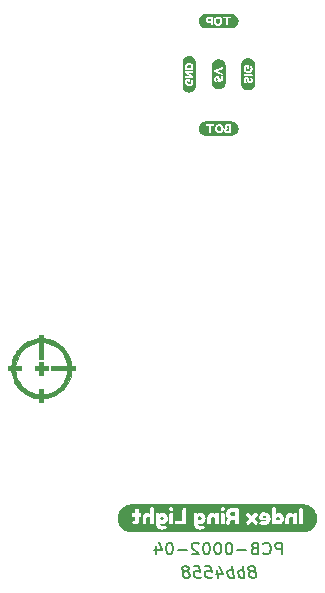
<source format=gbo>
G04 #@! TF.GenerationSoftware,KiCad,Pcbnew,6.0.0-d3dd2cf0fa~116~ubuntu21.10.1*
G04 #@! TF.CreationDate,2022-02-12T15:34:00+00:00*
G04 #@! TF.ProjectId,ringLight,72696e67-4c69-4676-9874-2e6b69636164,04*
G04 #@! TF.SameCoordinates,PX7bfa480PY7270e00*
G04 #@! TF.FileFunction,Legend,Bot*
G04 #@! TF.FilePolarity,Positive*
%FSLAX46Y46*%
G04 Gerber Fmt 4.6, Leading zero omitted, Abs format (unit mm)*
G04 Created by KiCad (PCBNEW 6.0.0-d3dd2cf0fa~116~ubuntu21.10.1) date 2022-02-12 15:34:00*
%MOMM*%
%LPD*%
G01*
G04 APERTURE LIST*
%ADD10C,0.150000*%
%ADD11C,0.010000*%
G04 APERTURE END LIST*
D10*
X155357142Y-115752380D02*
X155357142Y-114752380D01*
X154976190Y-114752380D01*
X154880952Y-114800000D01*
X154833333Y-114847619D01*
X154785714Y-114942857D01*
X154785714Y-115085714D01*
X154833333Y-115180952D01*
X154880952Y-115228571D01*
X154976190Y-115276190D01*
X155357142Y-115276190D01*
X153785714Y-115657142D02*
X153833333Y-115704761D01*
X153976190Y-115752380D01*
X154071428Y-115752380D01*
X154214285Y-115704761D01*
X154309523Y-115609523D01*
X154357142Y-115514285D01*
X154404761Y-115323809D01*
X154404761Y-115180952D01*
X154357142Y-114990476D01*
X154309523Y-114895238D01*
X154214285Y-114800000D01*
X154071428Y-114752380D01*
X153976190Y-114752380D01*
X153833333Y-114800000D01*
X153785714Y-114847619D01*
X153023809Y-115228571D02*
X152880952Y-115276190D01*
X152833333Y-115323809D01*
X152785714Y-115419047D01*
X152785714Y-115561904D01*
X152833333Y-115657142D01*
X152880952Y-115704761D01*
X152976190Y-115752380D01*
X153357142Y-115752380D01*
X153357142Y-114752380D01*
X153023809Y-114752380D01*
X152928571Y-114800000D01*
X152880952Y-114847619D01*
X152833333Y-114942857D01*
X152833333Y-115038095D01*
X152880952Y-115133333D01*
X152928571Y-115180952D01*
X153023809Y-115228571D01*
X153357142Y-115228571D01*
X152357142Y-115371428D02*
X151595238Y-115371428D01*
X150928571Y-114752380D02*
X150833333Y-114752380D01*
X150738095Y-114800000D01*
X150690476Y-114847619D01*
X150642857Y-114942857D01*
X150595238Y-115133333D01*
X150595238Y-115371428D01*
X150642857Y-115561904D01*
X150690476Y-115657142D01*
X150738095Y-115704761D01*
X150833333Y-115752380D01*
X150928571Y-115752380D01*
X151023809Y-115704761D01*
X151071428Y-115657142D01*
X151119047Y-115561904D01*
X151166666Y-115371428D01*
X151166666Y-115133333D01*
X151119047Y-114942857D01*
X151071428Y-114847619D01*
X151023809Y-114800000D01*
X150928571Y-114752380D01*
X149976190Y-114752380D02*
X149880952Y-114752380D01*
X149785714Y-114800000D01*
X149738095Y-114847619D01*
X149690476Y-114942857D01*
X149642857Y-115133333D01*
X149642857Y-115371428D01*
X149690476Y-115561904D01*
X149738095Y-115657142D01*
X149785714Y-115704761D01*
X149880952Y-115752380D01*
X149976190Y-115752380D01*
X150071428Y-115704761D01*
X150119047Y-115657142D01*
X150166666Y-115561904D01*
X150214285Y-115371428D01*
X150214285Y-115133333D01*
X150166666Y-114942857D01*
X150119047Y-114847619D01*
X150071428Y-114800000D01*
X149976190Y-114752380D01*
X149023809Y-114752380D02*
X148928571Y-114752380D01*
X148833333Y-114800000D01*
X148785714Y-114847619D01*
X148738095Y-114942857D01*
X148690476Y-115133333D01*
X148690476Y-115371428D01*
X148738095Y-115561904D01*
X148785714Y-115657142D01*
X148833333Y-115704761D01*
X148928571Y-115752380D01*
X149023809Y-115752380D01*
X149119047Y-115704761D01*
X149166666Y-115657142D01*
X149214285Y-115561904D01*
X149261904Y-115371428D01*
X149261904Y-115133333D01*
X149214285Y-114942857D01*
X149166666Y-114847619D01*
X149119047Y-114800000D01*
X149023809Y-114752380D01*
X148309523Y-114847619D02*
X148261904Y-114800000D01*
X148166666Y-114752380D01*
X147928571Y-114752380D01*
X147833333Y-114800000D01*
X147785714Y-114847619D01*
X147738095Y-114942857D01*
X147738095Y-115038095D01*
X147785714Y-115180952D01*
X148357142Y-115752380D01*
X147738095Y-115752380D01*
X147309523Y-115371428D02*
X146547619Y-115371428D01*
X145880952Y-114752380D02*
X145785714Y-114752380D01*
X145690476Y-114800000D01*
X145642857Y-114847619D01*
X145595238Y-114942857D01*
X145547619Y-115133333D01*
X145547619Y-115371428D01*
X145595238Y-115561904D01*
X145642857Y-115657142D01*
X145690476Y-115704761D01*
X145785714Y-115752380D01*
X145880952Y-115752380D01*
X145976190Y-115704761D01*
X146023809Y-115657142D01*
X146071428Y-115561904D01*
X146119047Y-115371428D01*
X146119047Y-115133333D01*
X146071428Y-114942857D01*
X146023809Y-114847619D01*
X145976190Y-114800000D01*
X145880952Y-114752380D01*
X144690476Y-115085714D02*
X144690476Y-115752380D01*
X144928571Y-114704761D02*
X145166666Y-115419047D01*
X144547619Y-115419047D01*
X152928005Y-117180952D02*
X153017291Y-117133333D01*
X153058958Y-117085714D01*
X153094672Y-116990476D01*
X153088720Y-116942857D01*
X153029196Y-116847619D01*
X152975625Y-116800000D01*
X152874434Y-116752380D01*
X152683958Y-116752380D01*
X152594672Y-116800000D01*
X152553005Y-116847619D01*
X152517291Y-116942857D01*
X152523244Y-116990476D01*
X152582767Y-117085714D01*
X152636339Y-117133333D01*
X152737529Y-117180952D01*
X152928005Y-117180952D01*
X153029196Y-117228571D01*
X153082767Y-117276190D01*
X153142291Y-117371428D01*
X153166101Y-117561904D01*
X153130386Y-117657142D01*
X153088720Y-117704761D01*
X152999434Y-117752380D01*
X152808958Y-117752380D01*
X152707767Y-117704761D01*
X152654196Y-117657142D01*
X152594672Y-117561904D01*
X152570863Y-117371428D01*
X152606577Y-117276190D01*
X152648244Y-117228571D01*
X152737529Y-117180952D01*
X152189910Y-117752380D02*
X152064910Y-116752380D01*
X152112529Y-117133333D02*
X152011339Y-117085714D01*
X151820863Y-117085714D01*
X151731577Y-117133333D01*
X151689910Y-117180952D01*
X151654196Y-117276190D01*
X151689910Y-117561904D01*
X151749434Y-117657142D01*
X151803005Y-117704761D01*
X151904196Y-117752380D01*
X152094672Y-117752380D01*
X152183958Y-117704761D01*
X151285148Y-117752380D02*
X151160148Y-116752380D01*
X151207767Y-117133333D02*
X151106577Y-117085714D01*
X150916101Y-117085714D01*
X150826815Y-117133333D01*
X150785148Y-117180952D01*
X150749434Y-117276190D01*
X150785148Y-117561904D01*
X150844672Y-117657142D01*
X150898244Y-117704761D01*
X150999434Y-117752380D01*
X151189910Y-117752380D01*
X151279196Y-117704761D01*
X149868482Y-117085714D02*
X149951815Y-117752380D01*
X150058958Y-116704761D02*
X150386339Y-117419047D01*
X149767291Y-117419047D01*
X148826815Y-116752380D02*
X149303005Y-116752380D01*
X149410148Y-117228571D01*
X149356577Y-117180952D01*
X149255386Y-117133333D01*
X149017291Y-117133333D01*
X148928005Y-117180952D01*
X148886339Y-117228571D01*
X148850625Y-117323809D01*
X148880386Y-117561904D01*
X148939910Y-117657142D01*
X148993482Y-117704761D01*
X149094672Y-117752380D01*
X149332767Y-117752380D01*
X149422053Y-117704761D01*
X149463720Y-117657142D01*
X147874434Y-116752380D02*
X148350625Y-116752380D01*
X148457767Y-117228571D01*
X148404196Y-117180952D01*
X148303005Y-117133333D01*
X148064910Y-117133333D01*
X147975625Y-117180952D01*
X147933958Y-117228571D01*
X147898244Y-117323809D01*
X147928005Y-117561904D01*
X147987529Y-117657142D01*
X148041101Y-117704761D01*
X148142291Y-117752380D01*
X148380386Y-117752380D01*
X148469672Y-117704761D01*
X148511339Y-117657142D01*
X147308958Y-117180952D02*
X147398244Y-117133333D01*
X147439910Y-117085714D01*
X147475625Y-116990476D01*
X147469672Y-116942857D01*
X147410148Y-116847619D01*
X147356577Y-116800000D01*
X147255386Y-116752380D01*
X147064910Y-116752380D01*
X146975625Y-116800000D01*
X146933958Y-116847619D01*
X146898244Y-116942857D01*
X146904196Y-116990476D01*
X146963720Y-117085714D01*
X147017291Y-117133333D01*
X147118482Y-117180952D01*
X147308958Y-117180952D01*
X147410148Y-117228571D01*
X147463720Y-117276190D01*
X147523244Y-117371428D01*
X147547053Y-117561904D01*
X147511339Y-117657142D01*
X147469672Y-117704761D01*
X147380386Y-117752380D01*
X147189910Y-117752380D01*
X147088720Y-117704761D01*
X147035148Y-117657142D01*
X146975625Y-117561904D01*
X146951815Y-117371428D01*
X146987529Y-117276190D01*
X147029196Y-117228571D01*
X147118482Y-117180952D01*
D11*
X134827561Y-99657805D02*
X134823611Y-99837722D01*
X134823611Y-99837722D02*
X134643695Y-99841671D01*
X134643695Y-99841671D02*
X134463778Y-99845621D01*
X134463778Y-99845621D02*
X134463778Y-100168490D01*
X134463778Y-100168490D02*
X134643695Y-100172439D01*
X134643695Y-100172439D02*
X134823611Y-100176389D01*
X134823611Y-100176389D02*
X134827561Y-100356305D01*
X134827561Y-100356305D02*
X134831510Y-100536222D01*
X134831510Y-100536222D02*
X135154379Y-100536222D01*
X135154379Y-100536222D02*
X135158329Y-100356305D01*
X135158329Y-100356305D02*
X135162278Y-100176389D01*
X135162278Y-100176389D02*
X135342195Y-100172439D01*
X135342195Y-100172439D02*
X135522111Y-100168490D01*
X135522111Y-100168490D02*
X135522111Y-99845621D01*
X135522111Y-99845621D02*
X135342195Y-99841671D01*
X135342195Y-99841671D02*
X135162278Y-99837722D01*
X135162278Y-99837722D02*
X135158329Y-99657805D01*
X135158329Y-99657805D02*
X135154379Y-99477889D01*
X135154379Y-99477889D02*
X134831510Y-99477889D01*
X134831510Y-99477889D02*
X134827561Y-99657805D01*
X134827561Y-99657805D02*
X134827561Y-99657805D01*
G36*
X135158329Y-99657805D02*
G01*
X135162278Y-99837722D01*
X135342195Y-99841671D01*
X135522111Y-99845621D01*
X135522111Y-100168490D01*
X135342195Y-100172439D01*
X135162278Y-100176389D01*
X135158329Y-100356305D01*
X135154379Y-100536222D01*
X134831510Y-100536222D01*
X134827561Y-100356305D01*
X134823611Y-100176389D01*
X134643695Y-100172439D01*
X134463778Y-100168490D01*
X134463778Y-99845621D01*
X134643695Y-99841671D01*
X134823611Y-99837722D01*
X134827561Y-99657805D01*
X134831510Y-99477889D01*
X135154379Y-99477889D01*
X135158329Y-99657805D01*
G37*
X135158329Y-99657805D02*
X135162278Y-99837722D01*
X135342195Y-99841671D01*
X135522111Y-99845621D01*
X135522111Y-100168490D01*
X135342195Y-100172439D01*
X135162278Y-100176389D01*
X135158329Y-100356305D01*
X135154379Y-100536222D01*
X134831510Y-100536222D01*
X134827561Y-100356305D01*
X134823611Y-100176389D01*
X134643695Y-100172439D01*
X134463778Y-100168490D01*
X134463778Y-99845621D01*
X134643695Y-99841671D01*
X134823611Y-99837722D01*
X134827561Y-99657805D01*
X134831510Y-99477889D01*
X135154379Y-99477889D01*
X135158329Y-99657805D01*
X134830667Y-97456102D02*
X134736131Y-97465788D01*
X134736131Y-97465788D02*
X134477040Y-97506461D01*
X134477040Y-97506461D02*
X134221730Y-97575028D01*
X134221730Y-97575028D02*
X133970021Y-97671540D01*
X133970021Y-97671540D02*
X133849945Y-97728050D01*
X133849945Y-97728050D02*
X133707326Y-97803651D01*
X133707326Y-97803651D02*
X133580466Y-97881262D01*
X133580466Y-97881262D02*
X133462187Y-97966129D01*
X133462187Y-97966129D02*
X133345309Y-98063492D01*
X133345309Y-98063492D02*
X133222655Y-98178597D01*
X133222655Y-98178597D02*
X133193446Y-98207557D01*
X133193446Y-98207557D02*
X133073614Y-98332508D01*
X133073614Y-98332508D02*
X132972706Y-98450062D01*
X132972706Y-98450062D02*
X132885478Y-98567398D01*
X132885478Y-98567398D02*
X132806688Y-98691694D01*
X132806688Y-98691694D02*
X132731091Y-98830130D01*
X132731091Y-98830130D02*
X132713939Y-98864055D01*
X132713939Y-98864055D02*
X132603939Y-99114092D01*
X132603939Y-99114092D02*
X132521911Y-99367644D01*
X132521911Y-99367644D02*
X132467801Y-99624891D01*
X132467801Y-99624891D02*
X132451677Y-99750241D01*
X132451677Y-99750241D02*
X132441992Y-99844778D01*
X132441992Y-99844778D02*
X132149556Y-99844778D01*
X132149556Y-99844778D02*
X132149556Y-100169333D01*
X132149556Y-100169333D02*
X132442601Y-100169333D01*
X132442601Y-100169333D02*
X132452465Y-100264583D01*
X132452465Y-100264583D02*
X132492341Y-100521009D01*
X132492341Y-100521009D02*
X132558523Y-100771033D01*
X132558523Y-100771033D02*
X132651764Y-101017208D01*
X132651764Y-101017208D02*
X132713939Y-101150055D01*
X132713939Y-101150055D02*
X132789540Y-101292674D01*
X132789540Y-101292674D02*
X132867152Y-101419534D01*
X132867152Y-101419534D02*
X132952018Y-101537813D01*
X132952018Y-101537813D02*
X133049381Y-101654691D01*
X133049381Y-101654691D02*
X133164486Y-101777345D01*
X133164486Y-101777345D02*
X133193446Y-101806554D01*
X133193446Y-101806554D02*
X133318397Y-101926386D01*
X133318397Y-101926386D02*
X133435951Y-102027294D01*
X133435951Y-102027294D02*
X133553287Y-102114522D01*
X133553287Y-102114522D02*
X133677584Y-102193312D01*
X133677584Y-102193312D02*
X133816020Y-102268909D01*
X133816020Y-102268909D02*
X133849945Y-102286061D01*
X133849945Y-102286061D02*
X134099981Y-102396061D01*
X134099981Y-102396061D02*
X134353534Y-102478089D01*
X134353534Y-102478089D02*
X134610780Y-102532199D01*
X134610780Y-102532199D02*
X134736131Y-102548323D01*
X134736131Y-102548323D02*
X134830667Y-102558008D01*
X134830667Y-102558008D02*
X134830667Y-102850444D01*
X134830667Y-102850444D02*
X135155222Y-102850444D01*
X135155222Y-102850444D02*
X135155222Y-102558008D01*
X135155222Y-102558008D02*
X135249759Y-102548323D01*
X135249759Y-102548323D02*
X135508849Y-102507649D01*
X135508849Y-102507649D02*
X135764160Y-102439083D01*
X135764160Y-102439083D02*
X136015868Y-102342570D01*
X136015868Y-102342570D02*
X136135945Y-102286061D01*
X136135945Y-102286061D02*
X136278563Y-102210460D01*
X136278563Y-102210460D02*
X136405423Y-102132848D01*
X136405423Y-102132848D02*
X136523702Y-102047982D01*
X136523702Y-102047982D02*
X136640580Y-101950619D01*
X136640580Y-101950619D02*
X136763235Y-101835514D01*
X136763235Y-101835514D02*
X136792443Y-101806554D01*
X136792443Y-101806554D02*
X136912275Y-101681603D01*
X136912275Y-101681603D02*
X137013183Y-101564049D01*
X137013183Y-101564049D02*
X137100411Y-101446713D01*
X137100411Y-101446713D02*
X137179202Y-101322416D01*
X137179202Y-101322416D02*
X137254798Y-101183980D01*
X137254798Y-101183980D02*
X137271950Y-101150055D01*
X137271950Y-101150055D02*
X137381950Y-100900019D01*
X137381950Y-100900019D02*
X137463979Y-100646466D01*
X137463979Y-100646466D02*
X137518088Y-100389220D01*
X137518088Y-100389220D02*
X137534212Y-100263869D01*
X137534212Y-100263869D02*
X137543898Y-100169333D01*
X137543898Y-100169333D02*
X137836333Y-100169333D01*
X137836333Y-100169333D02*
X137836333Y-99844778D01*
X137836333Y-99844778D02*
X137543898Y-99844778D01*
X137543898Y-99844778D02*
X137205231Y-99844778D01*
X137205231Y-99844778D02*
X135790222Y-99844778D01*
X135790222Y-99844778D02*
X135790222Y-100169333D01*
X135790222Y-100169333D02*
X137205231Y-100169333D01*
X137205231Y-100169333D02*
X137195524Y-100264583D01*
X137195524Y-100264583D02*
X137159639Y-100484313D01*
X137159639Y-100484313D02*
X137097594Y-100704567D01*
X137097594Y-100704567D02*
X137011111Y-100921475D01*
X137011111Y-100921475D02*
X136901907Y-101131165D01*
X136901907Y-101131165D02*
X136771704Y-101329766D01*
X136771704Y-101329766D02*
X136659801Y-101470858D01*
X136659801Y-101470858D02*
X136506596Y-101628821D01*
X136506596Y-101628821D02*
X136331950Y-101773377D01*
X136331950Y-101773377D02*
X136140543Y-101901804D01*
X136140543Y-101901804D02*
X135937055Y-102011383D01*
X135937055Y-102011383D02*
X135726165Y-102099390D01*
X135726165Y-102099390D02*
X135512554Y-102163106D01*
X135512554Y-102163106D02*
X135443468Y-102178102D01*
X135443468Y-102178102D02*
X135370237Y-102192329D01*
X135370237Y-102192329D02*
X135317880Y-102201925D01*
X135317880Y-102201925D02*
X135279620Y-102207910D01*
X135279620Y-102207910D02*
X135248682Y-102211303D01*
X135248682Y-102211303D02*
X135218287Y-102213125D01*
X135218287Y-102213125D02*
X135208139Y-102213523D01*
X135208139Y-102213523D02*
X135155222Y-102215444D01*
X135155222Y-102215444D02*
X135155222Y-101721555D01*
X135155222Y-101721555D02*
X134830667Y-101721555D01*
X134830667Y-101721555D02*
X134830667Y-102219342D01*
X134830667Y-102219342D02*
X134735417Y-102209635D01*
X134735417Y-102209635D02*
X134516702Y-102173883D01*
X134516702Y-102173883D02*
X134297910Y-102112335D01*
X134297910Y-102112335D02*
X134083091Y-102027114D01*
X134083091Y-102027114D02*
X133876294Y-101920343D01*
X133876294Y-101920343D02*
X133681569Y-101794146D01*
X133681569Y-101794146D02*
X133502967Y-101650645D01*
X133502967Y-101650645D02*
X133344537Y-101491964D01*
X133344537Y-101491964D02*
X133326088Y-101470858D01*
X133326088Y-101470858D02*
X133181078Y-101283270D01*
X133181078Y-101283270D02*
X133055763Y-101081651D01*
X133055763Y-101081651D02*
X132951861Y-100869873D01*
X132951861Y-100869873D02*
X132871093Y-100651808D01*
X132871093Y-100651808D02*
X132815176Y-100431326D01*
X132815176Y-100431326D02*
X132790365Y-100264583D01*
X132790365Y-100264583D02*
X132780658Y-100169333D01*
X132780658Y-100169333D02*
X133278445Y-100169333D01*
X133278445Y-100169333D02*
X133278445Y-99844778D01*
X133278445Y-99844778D02*
X132780658Y-99844778D01*
X132780658Y-99844778D02*
X132790365Y-99749528D01*
X132790365Y-99749528D02*
X132826251Y-99529798D01*
X132826251Y-99529798D02*
X132888295Y-99309544D01*
X132888295Y-99309544D02*
X132974778Y-99092636D01*
X132974778Y-99092636D02*
X133083982Y-98882946D01*
X133083982Y-98882946D02*
X133214186Y-98684345D01*
X133214186Y-98684345D02*
X133326088Y-98543253D01*
X133326088Y-98543253D02*
X133481669Y-98382797D01*
X133481669Y-98382797D02*
X133657937Y-98237253D01*
X133657937Y-98237253D02*
X133850841Y-98108743D01*
X133850841Y-98108743D02*
X134056331Y-97999391D01*
X134056331Y-97999391D02*
X134270357Y-97911319D01*
X134270357Y-97911319D02*
X134488869Y-97846651D01*
X134488869Y-97846651D02*
X134707818Y-97807509D01*
X134707818Y-97807509D02*
X134735417Y-97804476D01*
X134735417Y-97804476D02*
X134830667Y-97794769D01*
X134830667Y-97794769D02*
X134830667Y-99209778D01*
X134830667Y-99209778D02*
X135155222Y-99209778D01*
X135155222Y-99209778D02*
X135155222Y-97794769D01*
X135155222Y-97794769D02*
X135250472Y-97804476D01*
X135250472Y-97804476D02*
X135469187Y-97840228D01*
X135469187Y-97840228D02*
X135687979Y-97901776D01*
X135687979Y-97901776D02*
X135902798Y-97986997D01*
X135902798Y-97986997D02*
X136109595Y-98093767D01*
X136109595Y-98093767D02*
X136304320Y-98219965D01*
X136304320Y-98219965D02*
X136482922Y-98363466D01*
X136482922Y-98363466D02*
X136641352Y-98522147D01*
X136641352Y-98522147D02*
X136659801Y-98543253D01*
X136659801Y-98543253D02*
X136804811Y-98730841D01*
X136804811Y-98730841D02*
X136930126Y-98932460D01*
X136930126Y-98932460D02*
X137034028Y-99144238D01*
X137034028Y-99144238D02*
X137114796Y-99362303D01*
X137114796Y-99362303D02*
X137170713Y-99582784D01*
X137170713Y-99582784D02*
X137195524Y-99749528D01*
X137195524Y-99749528D02*
X137205231Y-99844778D01*
X137205231Y-99844778D02*
X137543898Y-99844778D01*
X137543898Y-99844778D02*
X137534212Y-99750241D01*
X137534212Y-99750241D02*
X137493539Y-99491151D01*
X137493539Y-99491151D02*
X137424972Y-99235840D01*
X137424972Y-99235840D02*
X137328460Y-98984132D01*
X137328460Y-98984132D02*
X137271950Y-98864055D01*
X137271950Y-98864055D02*
X137196349Y-98721437D01*
X137196349Y-98721437D02*
X137118738Y-98594577D01*
X137118738Y-98594577D02*
X137033871Y-98476298D01*
X137033871Y-98476298D02*
X136936508Y-98359420D01*
X136936508Y-98359420D02*
X136821403Y-98236765D01*
X136821403Y-98236765D02*
X136792443Y-98207557D01*
X136792443Y-98207557D02*
X136667492Y-98087725D01*
X136667492Y-98087725D02*
X136549938Y-97986817D01*
X136549938Y-97986817D02*
X136432602Y-97899589D01*
X136432602Y-97899589D02*
X136308306Y-97820798D01*
X136308306Y-97820798D02*
X136169870Y-97745202D01*
X136169870Y-97745202D02*
X136135945Y-97728050D01*
X136135945Y-97728050D02*
X135885908Y-97618050D01*
X135885908Y-97618050D02*
X135632356Y-97536021D01*
X135632356Y-97536021D02*
X135375109Y-97481912D01*
X135375109Y-97481912D02*
X135249759Y-97465788D01*
X135249759Y-97465788D02*
X135155222Y-97456102D01*
X135155222Y-97456102D02*
X135155222Y-97163667D01*
X135155222Y-97163667D02*
X134830667Y-97163667D01*
X134830667Y-97163667D02*
X134830667Y-97456102D01*
X134830667Y-97456102D02*
X134830667Y-97456102D01*
G36*
X137836333Y-100169333D02*
G01*
X137543898Y-100169333D01*
X137534212Y-100263869D01*
X137518088Y-100389220D01*
X137463979Y-100646466D01*
X137381950Y-100900019D01*
X137271950Y-101150055D01*
X137254798Y-101183980D01*
X137179202Y-101322416D01*
X137100411Y-101446713D01*
X137013183Y-101564049D01*
X136912275Y-101681603D01*
X136792443Y-101806554D01*
X136763235Y-101835514D01*
X136640580Y-101950619D01*
X136523702Y-102047982D01*
X136405423Y-102132848D01*
X136278563Y-102210460D01*
X136135945Y-102286061D01*
X136015868Y-102342570D01*
X135764160Y-102439083D01*
X135508849Y-102507649D01*
X135249759Y-102548323D01*
X135155222Y-102558008D01*
X135155222Y-102850444D01*
X134830667Y-102850444D01*
X134830667Y-102558008D01*
X134736131Y-102548323D01*
X134610780Y-102532199D01*
X134353534Y-102478089D01*
X134099981Y-102396061D01*
X133849945Y-102286061D01*
X133816020Y-102268909D01*
X133677584Y-102193312D01*
X133553287Y-102114522D01*
X133435951Y-102027294D01*
X133318397Y-101926386D01*
X133193446Y-101806554D01*
X133164486Y-101777345D01*
X133049381Y-101654691D01*
X132952018Y-101537813D01*
X132867152Y-101419534D01*
X132789540Y-101292674D01*
X132713939Y-101150055D01*
X132651764Y-101017208D01*
X132558523Y-100771033D01*
X132492341Y-100521009D01*
X132452465Y-100264583D01*
X132442601Y-100169333D01*
X132780658Y-100169333D01*
X132790365Y-100264583D01*
X132815176Y-100431326D01*
X132871093Y-100651808D01*
X132951861Y-100869873D01*
X133055763Y-101081651D01*
X133181078Y-101283270D01*
X133326088Y-101470858D01*
X133344537Y-101491964D01*
X133502967Y-101650645D01*
X133681569Y-101794146D01*
X133876294Y-101920343D01*
X134083091Y-102027114D01*
X134297910Y-102112335D01*
X134516702Y-102173883D01*
X134735417Y-102209635D01*
X134830667Y-102219342D01*
X134830667Y-101721555D01*
X135155222Y-101721555D01*
X135155222Y-102215444D01*
X135208139Y-102213523D01*
X135218287Y-102213125D01*
X135248682Y-102211303D01*
X135279620Y-102207910D01*
X135317880Y-102201925D01*
X135370237Y-102192329D01*
X135443468Y-102178102D01*
X135512554Y-102163106D01*
X135726165Y-102099390D01*
X135937055Y-102011383D01*
X136140543Y-101901804D01*
X136331950Y-101773377D01*
X136506596Y-101628821D01*
X136659801Y-101470858D01*
X136771704Y-101329766D01*
X136901907Y-101131165D01*
X137011111Y-100921475D01*
X137097594Y-100704567D01*
X137159639Y-100484313D01*
X137195524Y-100264583D01*
X137205231Y-100169333D01*
X135790222Y-100169333D01*
X135790222Y-99844778D01*
X137205231Y-99844778D01*
X137195524Y-99749528D01*
X137170713Y-99582784D01*
X137114796Y-99362303D01*
X137034028Y-99144238D01*
X136930126Y-98932460D01*
X136804811Y-98730841D01*
X136659801Y-98543253D01*
X136641352Y-98522147D01*
X136482922Y-98363466D01*
X136304320Y-98219965D01*
X136109595Y-98093767D01*
X135902798Y-97986997D01*
X135687979Y-97901776D01*
X135469187Y-97840228D01*
X135250472Y-97804476D01*
X135155222Y-97794769D01*
X135155222Y-99209778D01*
X134830667Y-99209778D01*
X134830667Y-97794769D01*
X134735417Y-97804476D01*
X134707818Y-97807509D01*
X134488869Y-97846651D01*
X134270357Y-97911319D01*
X134056331Y-97999391D01*
X133850841Y-98108743D01*
X133657937Y-98237253D01*
X133481669Y-98382797D01*
X133326088Y-98543253D01*
X133214186Y-98684345D01*
X133083982Y-98882946D01*
X132974778Y-99092636D01*
X132888295Y-99309544D01*
X132826251Y-99529798D01*
X132790365Y-99749528D01*
X132780658Y-99844778D01*
X133278445Y-99844778D01*
X133278445Y-100169333D01*
X132780658Y-100169333D01*
X132442601Y-100169333D01*
X132149556Y-100169333D01*
X132149556Y-99844778D01*
X132441992Y-99844778D01*
X132451677Y-99750241D01*
X132467801Y-99624891D01*
X132521911Y-99367644D01*
X132603939Y-99114092D01*
X132713939Y-98864055D01*
X132731091Y-98830130D01*
X132806688Y-98691694D01*
X132885478Y-98567398D01*
X132972706Y-98450062D01*
X133073614Y-98332508D01*
X133193446Y-98207557D01*
X133222655Y-98178597D01*
X133345309Y-98063492D01*
X133462187Y-97966129D01*
X133580466Y-97881262D01*
X133707326Y-97803651D01*
X133849945Y-97728050D01*
X133970021Y-97671540D01*
X134221730Y-97575028D01*
X134477040Y-97506461D01*
X134736131Y-97465788D01*
X134830667Y-97456102D01*
X134830667Y-97163667D01*
X135155222Y-97163667D01*
X135155222Y-97456102D01*
X135249759Y-97465788D01*
X135375109Y-97481912D01*
X135632356Y-97536021D01*
X135885908Y-97618050D01*
X136135945Y-97728050D01*
X136169870Y-97745202D01*
X136308306Y-97820798D01*
X136432602Y-97899589D01*
X136549938Y-97986817D01*
X136667492Y-98087725D01*
X136792443Y-98207557D01*
X136821403Y-98236765D01*
X136936508Y-98359420D01*
X137033871Y-98476298D01*
X137118738Y-98594577D01*
X137196349Y-98721437D01*
X137271950Y-98864055D01*
X137328460Y-98984132D01*
X137424972Y-99235840D01*
X137493539Y-99491151D01*
X137534212Y-99750241D01*
X137543898Y-99844778D01*
X137836333Y-99844778D01*
X137836333Y-100169333D01*
G37*
X137836333Y-100169333D02*
X137543898Y-100169333D01*
X137534212Y-100263869D01*
X137518088Y-100389220D01*
X137463979Y-100646466D01*
X137381950Y-100900019D01*
X137271950Y-101150055D01*
X137254798Y-101183980D01*
X137179202Y-101322416D01*
X137100411Y-101446713D01*
X137013183Y-101564049D01*
X136912275Y-101681603D01*
X136792443Y-101806554D01*
X136763235Y-101835514D01*
X136640580Y-101950619D01*
X136523702Y-102047982D01*
X136405423Y-102132848D01*
X136278563Y-102210460D01*
X136135945Y-102286061D01*
X136015868Y-102342570D01*
X135764160Y-102439083D01*
X135508849Y-102507649D01*
X135249759Y-102548323D01*
X135155222Y-102558008D01*
X135155222Y-102850444D01*
X134830667Y-102850444D01*
X134830667Y-102558008D01*
X134736131Y-102548323D01*
X134610780Y-102532199D01*
X134353534Y-102478089D01*
X134099981Y-102396061D01*
X133849945Y-102286061D01*
X133816020Y-102268909D01*
X133677584Y-102193312D01*
X133553287Y-102114522D01*
X133435951Y-102027294D01*
X133318397Y-101926386D01*
X133193446Y-101806554D01*
X133164486Y-101777345D01*
X133049381Y-101654691D01*
X132952018Y-101537813D01*
X132867152Y-101419534D01*
X132789540Y-101292674D01*
X132713939Y-101150055D01*
X132651764Y-101017208D01*
X132558523Y-100771033D01*
X132492341Y-100521009D01*
X132452465Y-100264583D01*
X132442601Y-100169333D01*
X132780658Y-100169333D01*
X132790365Y-100264583D01*
X132815176Y-100431326D01*
X132871093Y-100651808D01*
X132951861Y-100869873D01*
X133055763Y-101081651D01*
X133181078Y-101283270D01*
X133326088Y-101470858D01*
X133344537Y-101491964D01*
X133502967Y-101650645D01*
X133681569Y-101794146D01*
X133876294Y-101920343D01*
X134083091Y-102027114D01*
X134297910Y-102112335D01*
X134516702Y-102173883D01*
X134735417Y-102209635D01*
X134830667Y-102219342D01*
X134830667Y-101721555D01*
X135155222Y-101721555D01*
X135155222Y-102215444D01*
X135208139Y-102213523D01*
X135218287Y-102213125D01*
X135248682Y-102211303D01*
X135279620Y-102207910D01*
X135317880Y-102201925D01*
X135370237Y-102192329D01*
X135443468Y-102178102D01*
X135512554Y-102163106D01*
X135726165Y-102099390D01*
X135937055Y-102011383D01*
X136140543Y-101901804D01*
X136331950Y-101773377D01*
X136506596Y-101628821D01*
X136659801Y-101470858D01*
X136771704Y-101329766D01*
X136901907Y-101131165D01*
X137011111Y-100921475D01*
X137097594Y-100704567D01*
X137159639Y-100484313D01*
X137195524Y-100264583D01*
X137205231Y-100169333D01*
X135790222Y-100169333D01*
X135790222Y-99844778D01*
X137205231Y-99844778D01*
X137195524Y-99749528D01*
X137170713Y-99582784D01*
X137114796Y-99362303D01*
X137034028Y-99144238D01*
X136930126Y-98932460D01*
X136804811Y-98730841D01*
X136659801Y-98543253D01*
X136641352Y-98522147D01*
X136482922Y-98363466D01*
X136304320Y-98219965D01*
X136109595Y-98093767D01*
X135902798Y-97986997D01*
X135687979Y-97901776D01*
X135469187Y-97840228D01*
X135250472Y-97804476D01*
X135155222Y-97794769D01*
X135155222Y-99209778D01*
X134830667Y-99209778D01*
X134830667Y-97794769D01*
X134735417Y-97804476D01*
X134707818Y-97807509D01*
X134488869Y-97846651D01*
X134270357Y-97911319D01*
X134056331Y-97999391D01*
X133850841Y-98108743D01*
X133657937Y-98237253D01*
X133481669Y-98382797D01*
X133326088Y-98543253D01*
X133214186Y-98684345D01*
X133083982Y-98882946D01*
X132974778Y-99092636D01*
X132888295Y-99309544D01*
X132826251Y-99529798D01*
X132790365Y-99749528D01*
X132780658Y-99844778D01*
X133278445Y-99844778D01*
X133278445Y-100169333D01*
X132780658Y-100169333D01*
X132442601Y-100169333D01*
X132149556Y-100169333D01*
X132149556Y-99844778D01*
X132441992Y-99844778D01*
X132451677Y-99750241D01*
X132467801Y-99624891D01*
X132521911Y-99367644D01*
X132603939Y-99114092D01*
X132713939Y-98864055D01*
X132731091Y-98830130D01*
X132806688Y-98691694D01*
X132885478Y-98567398D01*
X132972706Y-98450062D01*
X133073614Y-98332508D01*
X133193446Y-98207557D01*
X133222655Y-98178597D01*
X133345309Y-98063492D01*
X133462187Y-97966129D01*
X133580466Y-97881262D01*
X133707326Y-97803651D01*
X133849945Y-97728050D01*
X133970021Y-97671540D01*
X134221730Y-97575028D01*
X134477040Y-97506461D01*
X134736131Y-97465788D01*
X134830667Y-97456102D01*
X134830667Y-97163667D01*
X135155222Y-97163667D01*
X135155222Y-97456102D01*
X135249759Y-97465788D01*
X135375109Y-97481912D01*
X135632356Y-97536021D01*
X135885908Y-97618050D01*
X136135945Y-97728050D01*
X136169870Y-97745202D01*
X136308306Y-97820798D01*
X136432602Y-97899589D01*
X136549938Y-97986817D01*
X136667492Y-98087725D01*
X136792443Y-98207557D01*
X136821403Y-98236765D01*
X136936508Y-98359420D01*
X137033871Y-98476298D01*
X137118738Y-98594577D01*
X137196349Y-98721437D01*
X137271950Y-98864055D01*
X137328460Y-98984132D01*
X137424972Y-99235840D01*
X137493539Y-99491151D01*
X137534212Y-99750241D01*
X137543898Y-99844778D01*
X137836333Y-99844778D01*
X137836333Y-100169333D01*
G36*
X145326095Y-112591415D02*
G01*
X145371815Y-112704763D01*
X145323238Y-112816205D01*
X145205128Y-112865735D01*
X145089875Y-112815253D01*
X145044155Y-112704763D01*
X145087970Y-112592367D01*
X145206080Y-112539980D01*
X145326095Y-112591415D01*
G37*
G36*
X157265385Y-111515108D02*
G01*
X157380963Y-111532253D01*
X157494304Y-111560643D01*
X157604316Y-111600006D01*
X157709940Y-111649963D01*
X157810160Y-111710032D01*
X157904008Y-111779634D01*
X157990583Y-111858101D01*
X158069049Y-111944676D01*
X158138652Y-112038524D01*
X158198721Y-112138743D01*
X158248678Y-112244368D01*
X158288041Y-112354380D01*
X158316431Y-112467721D01*
X158333576Y-112583298D01*
X158339309Y-112700000D01*
X158333576Y-112816702D01*
X158316431Y-112932279D01*
X158288041Y-113045620D01*
X158248678Y-113155632D01*
X158198721Y-113261257D01*
X158138652Y-113361476D01*
X158069049Y-113455324D01*
X157990583Y-113541899D01*
X157904008Y-113620366D01*
X157810160Y-113689968D01*
X157709940Y-113750037D01*
X157604316Y-113799994D01*
X157494304Y-113839357D01*
X157380963Y-113867747D01*
X157265385Y-113884892D01*
X157148684Y-113890625D01*
X142651316Y-113890625D01*
X142534615Y-113884892D01*
X142419037Y-113867747D01*
X142305696Y-113839357D01*
X142195684Y-113799994D01*
X142090060Y-113750038D01*
X141989840Y-113689969D01*
X141895992Y-113620366D01*
X141809417Y-113541899D01*
X141730951Y-113455325D01*
X141661348Y-113361476D01*
X141601279Y-113261257D01*
X141551322Y-113155632D01*
X141511959Y-113045620D01*
X141483569Y-112932279D01*
X141466424Y-112816702D01*
X141460691Y-112700000D01*
X141466424Y-112583298D01*
X141483569Y-112467721D01*
X141503643Y-112387580D01*
X142651475Y-112387580D01*
X142664334Y-112484259D01*
X142702910Y-112534265D01*
X142753393Y-112550457D01*
X142819115Y-112553315D01*
X142942940Y-112545695D01*
X142942940Y-112808585D01*
X142926748Y-112882880D01*
X142865788Y-112905740D01*
X142797208Y-112908598D01*
X142746725Y-112926695D01*
X142702910Y-113054330D01*
X142716245Y-113151009D01*
X142756250Y-113201015D01*
X142806733Y-113217208D01*
X142870550Y-113220065D01*
X142992047Y-113210117D01*
X143092377Y-113180272D01*
X143171540Y-113130530D01*
X143228690Y-113057082D01*
X143229625Y-113054330D01*
X143554445Y-113054330D01*
X143557303Y-113120053D01*
X143575400Y-113170535D01*
X143624454Y-113207683D01*
X143722085Y-113220065D01*
X143816383Y-113207683D01*
X143866865Y-113170535D01*
X143884963Y-113119100D01*
X143887820Y-113050520D01*
X143887820Y-112717145D01*
X143931635Y-112595225D01*
X144043078Y-112551410D01*
X144162140Y-112592367D01*
X144221195Y-112684760D01*
X144221195Y-113054330D01*
X144224053Y-113120053D01*
X144242150Y-113170535D01*
X144291204Y-113207683D01*
X144388835Y-113220065D01*
X144485514Y-113207206D01*
X144535520Y-113168630D01*
X144536766Y-113164820D01*
X144706970Y-113164820D01*
X144723903Y-113301451D01*
X144774703Y-113419243D01*
X144859370Y-113518198D01*
X144965203Y-113592810D01*
X145079503Y-113637578D01*
X145202270Y-113652500D01*
X145343716Y-113634879D01*
X145478495Y-113582015D01*
X145577079Y-113514864D01*
X145609940Y-113454380D01*
X145552790Y-113322935D01*
X145496593Y-113267690D01*
X145449920Y-113252450D01*
X145394675Y-113275310D01*
X145299425Y-113328174D01*
X145196555Y-113345795D01*
X145078445Y-113288645D01*
X145032725Y-113151485D01*
X145032725Y-113094335D01*
X145126546Y-113165773D01*
X145263230Y-113189585D01*
X145366418Y-113173393D01*
X145465160Y-113124815D01*
X145547255Y-113054330D01*
X145821395Y-113054330D01*
X145824253Y-113120053D01*
X145842350Y-113170535D01*
X145891404Y-113207683D01*
X145989035Y-113220065D01*
X146085714Y-113207206D01*
X146135720Y-113168630D01*
X146151913Y-113119100D01*
X146153668Y-113078143D01*
X146278595Y-113078143D01*
X146288120Y-113159105D01*
X146320505Y-113201015D01*
X146419565Y-113220065D01*
X147105365Y-113220065D01*
X147211093Y-113201968D01*
X147245633Y-113164820D01*
X147907370Y-113164820D01*
X147924303Y-113301451D01*
X147975103Y-113419243D01*
X148059770Y-113518198D01*
X148165603Y-113592810D01*
X148279903Y-113637578D01*
X148402670Y-113652500D01*
X148544116Y-113634879D01*
X148678895Y-113582015D01*
X148777479Y-113514864D01*
X148810340Y-113454380D01*
X148753190Y-113322935D01*
X148696993Y-113267690D01*
X148650320Y-113252450D01*
X148595075Y-113275310D01*
X148499825Y-113328174D01*
X148396955Y-113345795D01*
X148278845Y-113288645D01*
X148233125Y-113151485D01*
X148233125Y-113094335D01*
X148326946Y-113165773D01*
X148463630Y-113189585D01*
X148566818Y-113173393D01*
X148665560Y-113124815D01*
X148749874Y-113052425D01*
X149021795Y-113052425D01*
X149024653Y-113118148D01*
X149040845Y-113166725D01*
X149091328Y-113205301D01*
X149189435Y-113218160D01*
X149296115Y-113200539D01*
X149345645Y-113147675D01*
X149357075Y-113050520D01*
X149357075Y-112715240D01*
X149401843Y-112593320D01*
X149521858Y-112549505D01*
X149643778Y-112595225D01*
X149690450Y-112715240D01*
X149690450Y-113052425D01*
X149693308Y-113118148D01*
X149711405Y-113166725D01*
X149760459Y-113205301D01*
X149858090Y-113218160D01*
X149954769Y-113205301D01*
X150004775Y-113166725D01*
X150020968Y-113116243D01*
X150023659Y-113054330D01*
X150176225Y-113054330D01*
X150179083Y-113120053D01*
X150197180Y-113170535D01*
X150246234Y-113207683D01*
X150343865Y-113220065D01*
X150440544Y-113207206D01*
X150490550Y-113168630D01*
X150506743Y-113119100D01*
X150508294Y-113082905D01*
X150614375Y-113082905D01*
X150643903Y-113149580D01*
X150732485Y-113204825D01*
X150830593Y-113231495D01*
X150891553Y-113213397D01*
X150926795Y-113176250D01*
X150951772Y-113121852D01*
X151001302Y-113006917D01*
X151075385Y-112831445D01*
X151134440Y-112835255D01*
X151374470Y-112835255D01*
X151374470Y-113050520D01*
X151377328Y-113116243D01*
X151395425Y-113166725D01*
X151445908Y-113205301D01*
X151544015Y-113218160D01*
X151649743Y-113200539D01*
X151700225Y-113147675D01*
X151711655Y-113048615D01*
X151711655Y-113047663D01*
X152298395Y-113047663D01*
X152366975Y-113163868D01*
X152483180Y-113231495D01*
X152599385Y-113162915D01*
X152808935Y-112951460D01*
X153020390Y-113162915D01*
X153135643Y-113231495D01*
X153251848Y-113163868D01*
X153321380Y-113047663D01*
X153252800Y-112930505D01*
X153041345Y-112717145D01*
X153159345Y-112598082D01*
X153397580Y-112598082D01*
X153412106Y-112700000D01*
X153455683Y-112771438D01*
X153584270Y-112827635D01*
X154035755Y-112827635D01*
X153972890Y-112917170D01*
X153847160Y-112953365D01*
X153748576Y-112947650D01*
X153673805Y-112930505D01*
X153652850Y-112922885D01*
X153576650Y-112901930D01*
X153471875Y-112987655D01*
X153447110Y-113075285D01*
X153472470Y-113149461D01*
X153548551Y-113202444D01*
X153675353Y-113234233D01*
X153852875Y-113244830D01*
X153985987Y-113232686D01*
X154103383Y-113196253D01*
X154200776Y-113139817D01*
X154273880Y-113067665D01*
X154283386Y-113052425D01*
X154517720Y-113052425D01*
X154520578Y-113118148D01*
X154538675Y-113166725D01*
X154593206Y-113205301D01*
X154699648Y-113218160D01*
X154802756Y-113194824D01*
X154847285Y-113124815D01*
X154943011Y-113193395D01*
X155070170Y-113216255D01*
X155181083Y-113199639D01*
X155285223Y-113149792D01*
X155382590Y-113066713D01*
X155393227Y-113052425D01*
X155656910Y-113052425D01*
X155659768Y-113118148D01*
X155675960Y-113166725D01*
X155726443Y-113205301D01*
X155824550Y-113218160D01*
X155931230Y-113200539D01*
X155980760Y-113147675D01*
X155992190Y-113050520D01*
X155992190Y-112715240D01*
X156036958Y-112593320D01*
X156156973Y-112549505D01*
X156278893Y-112595225D01*
X156325565Y-112715240D01*
X156325565Y-113052425D01*
X156328423Y-113118148D01*
X156346520Y-113166725D01*
X156395574Y-113205301D01*
X156493205Y-113218160D01*
X156589884Y-113205301D01*
X156639890Y-113166725D01*
X156656083Y-113116243D01*
X156658857Y-113052425D01*
X156811340Y-113052425D01*
X156814198Y-113119100D01*
X156832295Y-113168630D01*
X156882778Y-113207206D01*
X156980885Y-113220065D01*
X157086613Y-113201968D01*
X157137095Y-113147675D01*
X157148525Y-113050520D01*
X157148525Y-111991340D01*
X157145668Y-111925617D01*
X157127570Y-111875135D01*
X157077088Y-111836559D01*
X156978980Y-111823700D01*
X156872776Y-111841321D01*
X156820865Y-111894185D01*
X156811340Y-111993245D01*
X156811340Y-113052425D01*
X156658857Y-113052425D01*
X156658940Y-113050520D01*
X156658940Y-112376150D01*
X156656083Y-112312332D01*
X156637985Y-112263755D01*
X156587979Y-112228036D01*
X156491300Y-112216130D01*
X156397479Y-112227084D01*
X156348425Y-112259945D01*
X156329375Y-112338050D01*
X156295085Y-112299950D01*
X156243650Y-112259945D01*
X156100775Y-112216130D01*
X155980866Y-112232322D01*
X155875138Y-112280900D01*
X155783593Y-112361862D01*
X155713213Y-112466108D01*
X155670986Y-112584536D01*
X155656910Y-112717145D01*
X155656910Y-113052425D01*
X155393227Y-113052425D01*
X155460907Y-112961514D01*
X155507897Y-112845309D01*
X155523560Y-112718098D01*
X155507791Y-112590780D01*
X155460483Y-112474257D01*
X155381638Y-112368530D01*
X155283953Y-112284922D01*
X155180131Y-112234757D01*
X155070170Y-112218035D01*
X154944916Y-112241847D01*
X154851095Y-112313285D01*
X154851095Y-111913235D01*
X154848238Y-111847512D01*
X154831093Y-111797982D01*
X154780610Y-111758930D01*
X154684408Y-111747500D01*
X154588205Y-111758930D01*
X154537723Y-111798935D01*
X154520578Y-111849417D01*
X154517720Y-111915140D01*
X154517720Y-113052425D01*
X154283386Y-113052425D01*
X154340555Y-112960773D01*
X154380560Y-112845838D01*
X154393895Y-112722860D01*
X154376644Y-112573529D01*
X154324892Y-112445577D01*
X154238638Y-112339002D01*
X154126560Y-112259098D01*
X153997338Y-112211156D01*
X153850970Y-112195175D01*
X153727383Y-112206843D01*
X153621418Y-112241847D01*
X153533073Y-112300188D01*
X153462350Y-112381865D01*
X153413773Y-112485449D01*
X153397580Y-112598082D01*
X153159345Y-112598082D01*
X153252800Y-112503785D01*
X153321380Y-112386627D01*
X153251848Y-112269470D01*
X153135643Y-112200890D01*
X153020390Y-112269470D01*
X152808935Y-112482830D01*
X152599385Y-112269470D01*
X152483180Y-112200890D01*
X152366975Y-112269470D01*
X152298395Y-112386627D01*
X152366975Y-112503785D01*
X152578430Y-112717145D01*
X152366975Y-112930505D01*
X152298395Y-113047663D01*
X151711655Y-113047663D01*
X151711655Y-111991340D01*
X151708798Y-111925617D01*
X151690700Y-111875135D01*
X151640218Y-111836559D01*
X151542110Y-111823700D01*
X151130630Y-111823700D01*
X151019928Y-111837247D01*
X150911343Y-111877887D01*
X150804875Y-111945620D01*
X150735343Y-112015152D01*
X150679145Y-112105640D01*
X150641998Y-112212320D01*
X150629615Y-112330430D01*
X150645490Y-112465473D01*
X150693115Y-112583583D01*
X150772490Y-112684760D01*
X150739470Y-112762865D01*
X150696290Y-112862560D01*
X150642950Y-112983845D01*
X150614375Y-113082905D01*
X150508294Y-113082905D01*
X150509600Y-113052425D01*
X150509600Y-112383770D01*
X150506743Y-112318047D01*
X150490550Y-112267565D01*
X150440068Y-112230417D01*
X150341960Y-112218035D01*
X150212420Y-112250420D01*
X150178130Y-112332335D01*
X150176225Y-112387580D01*
X150176225Y-113054330D01*
X150023659Y-113054330D01*
X150023825Y-113050520D01*
X150023825Y-112376150D01*
X150020968Y-112312332D01*
X150002870Y-112263755D01*
X149952864Y-112228036D01*
X149856185Y-112216130D01*
X149762364Y-112227084D01*
X149713310Y-112259945D01*
X149694260Y-112338050D01*
X149659970Y-112299950D01*
X149608535Y-112259945D01*
X149465660Y-112216130D01*
X149345751Y-112232322D01*
X149240023Y-112280900D01*
X149148478Y-112361862D01*
X149078098Y-112466108D01*
X149035871Y-112584536D01*
X149021795Y-112717145D01*
X149021795Y-113052425D01*
X148749874Y-113052425D01*
X148759858Y-113043853D01*
X148836587Y-112941300D01*
X148882624Y-112827953D01*
X148897970Y-112703810D01*
X148882518Y-112579562D01*
X148836163Y-112465897D01*
X148758905Y-112362815D01*
X148663232Y-112281323D01*
X148561632Y-112232428D01*
X148454105Y-112216130D01*
X148335995Y-112239942D01*
X148262653Y-112283757D01*
X148231220Y-112320905D01*
X148192168Y-112239942D01*
X148084535Y-112212320D01*
X147975950Y-112223750D01*
X147927373Y-112262802D01*
X147910228Y-112311380D01*
X147907370Y-112376150D01*
X147907370Y-113164820D01*
X147245633Y-113164820D01*
X147261575Y-113147675D01*
X147273005Y-113050520D01*
X147273005Y-111991340D01*
X147270148Y-111925617D01*
X147266392Y-111915140D01*
X150176225Y-111915140D01*
X150179083Y-111980862D01*
X150196228Y-112030392D01*
X150246710Y-112069445D01*
X150342913Y-112080875D01*
X150439115Y-112069445D01*
X150489598Y-112029440D01*
X150506743Y-111978957D01*
X150509600Y-111913235D01*
X150506743Y-111847512D01*
X150490550Y-111798935D01*
X150440068Y-111760359D01*
X150341960Y-111747500D01*
X150245758Y-111760359D01*
X150197180Y-111798935D01*
X150179083Y-111849417D01*
X150176225Y-111915140D01*
X147266392Y-111915140D01*
X147252050Y-111875135D01*
X147201568Y-111836559D01*
X147103460Y-111823700D01*
X146997256Y-111841321D01*
X146945345Y-111894185D01*
X146935820Y-111993245D01*
X146935820Y-112938125D01*
X146417660Y-112938125D01*
X146326220Y-112952412D01*
X146288120Y-112997180D01*
X146278595Y-113078143D01*
X146153668Y-113078143D01*
X146154770Y-113052425D01*
X146154770Y-112383770D01*
X146151913Y-112318047D01*
X146135720Y-112267565D01*
X146085238Y-112230417D01*
X145987130Y-112218035D01*
X145857590Y-112250420D01*
X145823300Y-112332335D01*
X145821395Y-112387580D01*
X145821395Y-113054330D01*
X145547255Y-113054330D01*
X145559458Y-113043853D01*
X145636187Y-112941300D01*
X145682224Y-112827953D01*
X145697570Y-112703810D01*
X145682118Y-112579562D01*
X145635763Y-112465897D01*
X145558505Y-112362815D01*
X145462832Y-112281323D01*
X145361232Y-112232428D01*
X145253705Y-112216130D01*
X145135595Y-112239942D01*
X145062253Y-112283757D01*
X145030820Y-112320905D01*
X144991768Y-112239942D01*
X144884135Y-112212320D01*
X144775550Y-112223750D01*
X144726973Y-112262802D01*
X144709828Y-112311380D01*
X144706970Y-112376150D01*
X144706970Y-113164820D01*
X144536766Y-113164820D01*
X144551713Y-113119100D01*
X144554570Y-113052425D01*
X144554570Y-111915140D01*
X145821395Y-111915140D01*
X145824253Y-111980862D01*
X145841398Y-112030392D01*
X145891880Y-112069445D01*
X145988083Y-112080875D01*
X146084285Y-112069445D01*
X146134768Y-112029440D01*
X146151913Y-111978957D01*
X146154770Y-111913235D01*
X146151913Y-111847512D01*
X146135720Y-111798935D01*
X146085238Y-111760359D01*
X145987130Y-111747500D01*
X145890928Y-111760359D01*
X145842350Y-111798935D01*
X145824253Y-111849417D01*
X145821395Y-111915140D01*
X144554570Y-111915140D01*
X144554570Y-111913235D01*
X144551713Y-111847512D01*
X144535520Y-111798935D01*
X144485038Y-111760359D01*
X144386930Y-111747500D01*
X144290728Y-111760359D01*
X144242150Y-111798935D01*
X144224053Y-111849417D01*
X144221195Y-111915140D01*
X144221195Y-112336145D01*
X144117849Y-112248991D01*
X143998310Y-112219940D01*
X143878401Y-112236027D01*
X143772673Y-112284287D01*
X143681128Y-112364720D01*
X143610748Y-112468437D01*
X143568521Y-112586547D01*
X143554445Y-112719050D01*
X143554445Y-113054330D01*
X143229625Y-113054330D01*
X143262980Y-112956117D01*
X143274410Y-112827635D01*
X143274410Y-112545695D01*
X143352515Y-112551410D01*
X143422048Y-112519025D01*
X143449670Y-112408535D01*
X143440145Y-112295187D01*
X143413475Y-112244705D01*
X143337275Y-112219940D01*
X143274410Y-112227560D01*
X143274410Y-112031345D01*
X143271553Y-111966575D01*
X143253455Y-111920855D01*
X143204401Y-111885136D01*
X143106770Y-111873230D01*
X143003424Y-111890851D01*
X142952465Y-111943715D01*
X142942940Y-112040870D01*
X142942940Y-112227560D01*
X142816258Y-112219940D01*
X142751488Y-112222797D01*
X142701005Y-112240895D01*
X142663858Y-112289949D01*
X142651475Y-112387580D01*
X141503643Y-112387580D01*
X141511959Y-112354380D01*
X141551322Y-112244368D01*
X141601279Y-112138743D01*
X141661348Y-112038524D01*
X141730951Y-111944675D01*
X141809417Y-111858101D01*
X141895992Y-111779634D01*
X141989840Y-111710031D01*
X142090060Y-111649962D01*
X142195684Y-111600006D01*
X142305696Y-111560643D01*
X142419037Y-111532253D01*
X142534615Y-111515108D01*
X142651316Y-111509375D01*
X157148684Y-111509375D01*
X157265385Y-111515108D01*
G37*
G36*
X153978605Y-112546647D02*
G01*
X154039565Y-112654280D01*
X153799535Y-112654280D01*
X153727145Y-112593320D01*
X153760483Y-112522835D01*
X153855733Y-112496165D01*
X153978605Y-112546647D01*
G37*
G36*
X148526495Y-112591415D02*
G01*
X148572215Y-112704763D01*
X148523638Y-112816205D01*
X148405528Y-112865735D01*
X148290275Y-112815253D01*
X148244555Y-112704763D01*
X148288370Y-112592367D01*
X148406480Y-112539980D01*
X148526495Y-112591415D01*
G37*
G36*
X151374470Y-112498070D02*
G01*
X151130630Y-112498070D01*
X151020140Y-112456160D01*
X150964895Y-112330430D01*
X151020140Y-112203747D01*
X151134440Y-112160885D01*
X151374470Y-112160885D01*
X151374470Y-112498070D01*
G37*
G36*
X155144465Y-112603797D02*
G01*
X155190185Y-112719050D01*
X155140655Y-112833350D01*
X155020640Y-112884785D01*
X154903483Y-112833350D01*
X154856810Y-112720003D01*
X154901578Y-112604750D01*
X155022545Y-112551410D01*
X155144465Y-112603797D01*
G37*
G36*
X147568937Y-74287637D02*
G01*
X147627159Y-74327999D01*
X147666092Y-74386458D01*
X147679070Y-74454205D01*
X147679070Y-74545645D01*
X147319025Y-74545645D01*
X147319025Y-74453252D01*
X147331765Y-74388006D01*
X147369984Y-74329427D01*
X147427491Y-74287994D01*
X147498095Y-74274182D01*
X147568937Y-74287637D01*
G37*
G36*
X148055793Y-76149230D02*
G01*
X148047751Y-76203444D01*
X148034434Y-76256608D01*
X148015971Y-76308211D01*
X147992538Y-76357756D01*
X147964361Y-76404766D01*
X147931713Y-76448787D01*
X147894907Y-76489396D01*
X147854298Y-76526202D01*
X147810276Y-76558851D01*
X147763267Y-76587027D01*
X147713722Y-76610460D01*
X147662119Y-76628924D01*
X147608955Y-76642241D01*
X147554741Y-76650283D01*
X147500000Y-76652972D01*
X147445259Y-76650283D01*
X147391045Y-76642241D01*
X147337881Y-76628924D01*
X147286278Y-76610460D01*
X147236733Y-76587027D01*
X147189724Y-76558851D01*
X147145702Y-76526202D01*
X147105093Y-76489396D01*
X147068287Y-76448787D01*
X147035639Y-76404766D01*
X147007462Y-76357756D01*
X146984029Y-76308211D01*
X146965566Y-76256608D01*
X146952249Y-76203444D01*
X146944207Y-76149230D01*
X146941517Y-76094489D01*
X146941517Y-75742937D01*
X147139955Y-75742937D01*
X147146652Y-75811577D01*
X147166744Y-75875573D01*
X147200230Y-75934926D01*
X147247111Y-75989635D01*
X147303458Y-76035474D01*
X147365340Y-76068216D01*
X147432759Y-76087862D01*
X147505715Y-76094410D01*
X147578313Y-76087742D01*
X147644661Y-76067740D01*
X147704758Y-76034402D01*
X147758604Y-75987730D01*
X147802984Y-75932009D01*
X147834685Y-75871525D01*
X147853705Y-75806279D01*
X147860045Y-75736270D01*
X147851790Y-75662716D01*
X147827025Y-75591913D01*
X147785750Y-75523862D01*
X147743364Y-75498145D01*
X147689548Y-75520052D01*
X147651686Y-75555533D01*
X147639065Y-75587680D01*
X147665259Y-75645782D01*
X147684904Y-75689597D01*
X147691453Y-75741032D01*
X147678713Y-75809374D01*
X147640494Y-75869620D01*
X147581677Y-75911768D01*
X147507144Y-75925817D01*
X147454968Y-75919467D01*
X147408295Y-75900417D01*
X147367126Y-75868667D01*
X147323907Y-75807707D01*
X147309500Y-75739127D01*
X147313786Y-75689359D01*
X147326645Y-75644830D01*
X147430467Y-75644830D01*
X147430467Y-75720077D01*
X147438087Y-75761987D01*
X147460471Y-75778180D01*
X147500476Y-75781990D01*
X147540958Y-75777704D01*
X147561913Y-75761987D01*
X147570485Y-75716267D01*
X147570485Y-75548627D01*
X147543815Y-75485762D01*
X147490475Y-75476237D01*
X147280925Y-75476237D01*
X147222822Y-75502907D01*
X147186568Y-75547913D01*
X147160672Y-75602920D01*
X147145134Y-75667928D01*
X147139955Y-75742937D01*
X146941517Y-75742937D01*
X146941517Y-75317170D01*
X147149480Y-75317170D01*
X147155909Y-75364795D01*
X147175197Y-75389560D01*
X147200915Y-75398609D01*
X147234252Y-75400037D01*
X147765748Y-75400037D01*
X147818611Y-75390989D01*
X147840995Y-75363842D01*
X147846710Y-75317170D01*
X147841471Y-75271926D01*
X147829565Y-75248590D01*
X147804800Y-75226682D01*
X147718837Y-75163394D01*
X147643193Y-75107514D01*
X147577867Y-75059042D01*
X147522860Y-75017979D01*
X147478172Y-74984324D01*
X147443802Y-74958077D01*
X147765748Y-74958077D01*
X147818611Y-74949029D01*
X147840995Y-74921882D01*
X147846710Y-74876639D01*
X147841948Y-74832824D01*
X147830518Y-74808059D01*
X147810515Y-74796152D01*
X147761938Y-74790437D01*
X147233300Y-74790437D01*
X147199962Y-74791866D01*
X147175197Y-74800915D01*
X147155909Y-74826156D01*
X147149480Y-74875210D01*
X147155195Y-74926645D01*
X147173292Y-74950457D01*
X147263039Y-75017820D01*
X147341779Y-75077034D01*
X147409512Y-75128099D01*
X147466239Y-75171014D01*
X147511959Y-75205780D01*
X147546673Y-75232397D01*
X147233300Y-75232397D01*
X147199962Y-75233826D01*
X147175197Y-75242875D01*
X147155909Y-75268116D01*
X147149480Y-75317170D01*
X146941517Y-75317170D01*
X146941517Y-74630417D01*
X147150432Y-74630417D01*
X147156386Y-74677566D01*
X147174245Y-74702807D01*
X147235205Y-74714237D01*
X147764795Y-74714237D01*
X147798133Y-74712809D01*
X147822898Y-74703760D01*
X147842186Y-74678519D01*
X147848615Y-74629465D01*
X147847663Y-74453252D01*
X147841441Y-74386280D01*
X147822778Y-74323474D01*
X147791673Y-74264836D01*
X147748126Y-74210365D01*
X147695501Y-74164526D01*
X147637160Y-74131784D01*
X147573104Y-74112138D01*
X147503334Y-74105590D01*
X147433295Y-74111990D01*
X147368436Y-74131188D01*
X147308756Y-74163186D01*
X147254255Y-74207984D01*
X147208833Y-74261889D01*
X147176388Y-74321212D01*
X147156921Y-74385952D01*
X147150432Y-74456110D01*
X147150432Y-74630417D01*
X146941517Y-74630417D01*
X146941517Y-74105511D01*
X146944207Y-74050770D01*
X146952249Y-73996556D01*
X146965566Y-73943392D01*
X146984029Y-73891789D01*
X147007462Y-73842244D01*
X147035639Y-73795234D01*
X147068287Y-73751213D01*
X147105093Y-73710604D01*
X147145702Y-73673798D01*
X147189724Y-73641149D01*
X147236733Y-73612973D01*
X147286278Y-73589540D01*
X147337881Y-73571076D01*
X147391045Y-73557759D01*
X147445259Y-73549717D01*
X147500000Y-73547028D01*
X147554741Y-73549717D01*
X147608955Y-73557759D01*
X147662119Y-73571076D01*
X147713722Y-73589540D01*
X147763267Y-73612973D01*
X147810276Y-73641149D01*
X147854298Y-73673798D01*
X147894907Y-73710604D01*
X147931713Y-73751213D01*
X147964361Y-73795234D01*
X147992538Y-73842244D01*
X148015971Y-73891789D01*
X148034434Y-73943392D01*
X148047751Y-73996556D01*
X148055793Y-74050770D01*
X148058483Y-74105511D01*
X148058483Y-76094489D01*
X148055793Y-76149230D01*
G37*
G36*
X153102109Y-75927620D02*
G01*
X153093397Y-75986351D01*
X153078971Y-76043946D01*
X153058968Y-76099849D01*
X153033582Y-76153523D01*
X153003058Y-76204450D01*
X152967689Y-76252139D01*
X152927816Y-76296133D01*
X152883822Y-76336006D01*
X152836133Y-76371375D01*
X152785206Y-76401899D01*
X152731532Y-76427285D01*
X152675629Y-76447288D01*
X152618034Y-76461714D01*
X152559303Y-76470426D01*
X152500000Y-76473340D01*
X152440697Y-76470426D01*
X152381966Y-76461714D01*
X152324371Y-76447288D01*
X152268468Y-76427285D01*
X152214794Y-76401899D01*
X152163867Y-76371375D01*
X152116178Y-76336006D01*
X152072184Y-76296133D01*
X152032311Y-76252139D01*
X151996942Y-76204450D01*
X151966418Y-76153523D01*
X151941032Y-76099849D01*
X151921029Y-76043946D01*
X151906603Y-75986351D01*
X151897891Y-75927620D01*
X151894977Y-75868317D01*
X151894977Y-75593752D01*
X152109951Y-75593752D01*
X152112918Y-75640960D01*
X152121818Y-75685589D01*
X152151226Y-75755757D01*
X152183730Y-75802191D01*
X152215202Y-75832115D01*
X152226553Y-75841402D01*
X152285886Y-75868231D01*
X152316455Y-75857138D01*
X152355537Y-75823860D01*
X152380302Y-75769171D01*
X152367404Y-75734603D01*
X152328709Y-75688685D01*
X152295173Y-75647410D01*
X152279179Y-75597880D01*
X152287892Y-75544566D01*
X152314033Y-75512578D01*
X152357601Y-75501915D01*
X152397328Y-75528228D01*
X152420546Y-75593752D01*
X152429961Y-75634511D01*
X152443763Y-75678366D01*
X152461176Y-75722221D01*
X152481426Y-75762980D01*
X152509416Y-75798966D01*
X152550046Y-75828504D01*
X152601769Y-75848238D01*
X152663036Y-75854817D01*
X152720993Y-75847307D01*
X152773791Y-75824778D01*
X152821429Y-75787229D01*
X152858978Y-75736724D01*
X152881507Y-75675328D01*
X152889017Y-75603039D01*
X152885018Y-75543835D01*
X152873023Y-75490049D01*
X152840519Y-75419365D01*
X152820913Y-75393568D01*
X152770351Y-75361580D01*
X152713598Y-75386345D01*
X152674903Y-75421945D01*
X152662004Y-75458577D01*
X152682642Y-75512234D01*
X152692961Y-75524101D01*
X152706375Y-75540095D01*
X152719789Y-75595300D01*
X152703795Y-75651021D01*
X152659425Y-75673207D01*
X152613506Y-75646894D01*
X152589773Y-75581370D01*
X152581905Y-75540353D01*
X152570683Y-75495724D01*
X152556366Y-75451095D01*
X152539211Y-75410078D01*
X152513801Y-75374092D01*
X152474719Y-75344554D01*
X152423512Y-75324820D01*
X152361729Y-75318242D01*
X152298655Y-75324949D01*
X152243579Y-75345070D01*
X152198306Y-75376027D01*
X152164641Y-75415238D01*
X152134258Y-75472220D01*
X152116028Y-75531725D01*
X152109951Y-75593752D01*
X151894977Y-75593752D01*
X151894977Y-75160365D01*
X152120270Y-75160365D01*
X152130073Y-75217634D01*
X152159481Y-75244978D01*
X152212107Y-75251170D01*
X152785829Y-75251170D01*
X152821429Y-75249622D01*
X152848774Y-75239819D01*
X152869669Y-75212474D01*
X152876634Y-75159333D01*
X152867090Y-75101806D01*
X152838455Y-75073687D01*
X152784798Y-75068528D01*
X152211075Y-75068528D01*
X152174959Y-75070076D01*
X152148131Y-75079878D01*
X152127235Y-75107223D01*
X152120270Y-75160365D01*
X151894977Y-75160365D01*
X151894977Y-74620694D01*
X152109951Y-74620694D01*
X152117207Y-74695054D01*
X152138973Y-74764383D01*
X152175250Y-74828681D01*
X152226037Y-74887950D01*
X152287079Y-74937609D01*
X152354119Y-74973079D01*
X152427156Y-74994362D01*
X152506191Y-75001456D01*
X152584839Y-74994233D01*
X152656716Y-74972563D01*
X152721821Y-74936448D01*
X152780154Y-74885886D01*
X152828233Y-74825521D01*
X152862575Y-74759997D01*
X152883180Y-74689314D01*
X152890049Y-74613471D01*
X152881106Y-74533787D01*
X152854277Y-74457085D01*
X152809563Y-74383363D01*
X152763644Y-74355502D01*
X152705343Y-74379235D01*
X152664326Y-74417673D01*
X152650654Y-74452498D01*
X152679030Y-74515443D01*
X152700313Y-74562909D01*
X152707407Y-74618630D01*
X152693606Y-74692667D01*
X152652202Y-74757933D01*
X152588483Y-74803594D01*
X152507739Y-74818814D01*
X152451215Y-74811935D01*
X152400653Y-74791297D01*
X152356053Y-74756902D01*
X152309232Y-74690862D01*
X152293625Y-74616567D01*
X152298268Y-74562651D01*
X152312199Y-74514411D01*
X152424673Y-74514411D01*
X152424673Y-74595929D01*
X152432928Y-74641332D01*
X152457177Y-74658873D01*
X152500516Y-74663001D01*
X152544371Y-74658358D01*
X152567072Y-74641332D01*
X152576359Y-74591802D01*
X152576359Y-74410192D01*
X152547466Y-74342088D01*
X152489681Y-74331769D01*
X152262669Y-74331769D01*
X152199724Y-74360662D01*
X152160449Y-74409418D01*
X152132395Y-74469008D01*
X152115562Y-74539434D01*
X152109951Y-74620694D01*
X151894977Y-74620694D01*
X151894977Y-74331683D01*
X151897891Y-74272380D01*
X151906603Y-74213649D01*
X151921029Y-74156054D01*
X151941032Y-74100151D01*
X151966418Y-74046477D01*
X151996942Y-73995550D01*
X152032311Y-73947861D01*
X152072184Y-73903867D01*
X152116178Y-73863994D01*
X152163867Y-73828625D01*
X152214794Y-73798101D01*
X152268468Y-73772715D01*
X152324371Y-73752712D01*
X152381966Y-73738286D01*
X152440697Y-73729574D01*
X152500000Y-73726660D01*
X152559303Y-73729574D01*
X152618034Y-73738286D01*
X152675629Y-73752712D01*
X152731532Y-73772715D01*
X152785206Y-73798101D01*
X152836133Y-73828625D01*
X152883822Y-73863994D01*
X152927816Y-73903867D01*
X152967689Y-73947861D01*
X153003058Y-73995550D01*
X153033582Y-74046477D01*
X153058968Y-74100151D01*
X153078971Y-74156054D01*
X153093397Y-74213649D01*
X153102109Y-74272380D01*
X153105023Y-74331683D01*
X153105023Y-75868317D01*
X153102109Y-75927620D01*
G37*
G36*
X150899279Y-79892961D02*
G01*
X150730052Y-79892961D01*
X150681295Y-79875419D01*
X150665043Y-79822793D01*
X150670719Y-79783582D01*
X150689808Y-79762944D01*
X150747593Y-79754689D01*
X150803315Y-79740243D01*
X150821888Y-79680910D01*
X150802799Y-79621577D01*
X150739338Y-79607131D01*
X150689808Y-79585462D01*
X150686713Y-79548314D01*
X150703739Y-79512199D01*
X150754817Y-79501880D01*
X150899279Y-79501880D01*
X150899279Y-79892961D01*
G37*
G36*
X151141208Y-79098918D02*
G01*
X151199840Y-79107615D01*
X151257336Y-79122017D01*
X151313144Y-79141985D01*
X151366726Y-79167328D01*
X151417566Y-79197800D01*
X151465175Y-79233109D01*
X151509093Y-79272914D01*
X151548898Y-79316832D01*
X151584207Y-79364441D01*
X151614679Y-79415281D01*
X151640022Y-79468863D01*
X151659990Y-79524671D01*
X151674392Y-79582167D01*
X151683089Y-79640799D01*
X151685998Y-79700000D01*
X151683089Y-79759201D01*
X151674392Y-79817833D01*
X151659990Y-79875329D01*
X151640022Y-79931137D01*
X151614679Y-79984719D01*
X151584207Y-80035559D01*
X151548898Y-80083168D01*
X151509093Y-80127086D01*
X151465175Y-80166891D01*
X151417566Y-80202200D01*
X151366726Y-80232672D01*
X151313144Y-80258015D01*
X151257336Y-80277983D01*
X151199840Y-80292385D01*
X151141208Y-80301082D01*
X151082007Y-80303991D01*
X148917993Y-80303991D01*
X148858792Y-80301082D01*
X148800160Y-80292385D01*
X148742664Y-80277983D01*
X148686856Y-80258015D01*
X148633274Y-80232672D01*
X148582434Y-80202200D01*
X148534825Y-80166891D01*
X148490907Y-80127086D01*
X148451102Y-80083168D01*
X148415793Y-80035559D01*
X148385321Y-79984719D01*
X148359978Y-79931137D01*
X148340010Y-79875329D01*
X148325608Y-79817833D01*
X148316911Y-79759201D01*
X148314002Y-79700000D01*
X148316911Y-79640799D01*
X148325608Y-79582167D01*
X148340010Y-79524671D01*
X148359978Y-79468863D01*
X148385321Y-79415281D01*
X148397738Y-79394565D01*
X148918079Y-79394565D01*
X148923238Y-79437388D01*
X148940780Y-79459573D01*
X148993406Y-79468860D01*
X149190494Y-79468860D01*
X149190494Y-79987893D01*
X149192042Y-80022977D01*
X149201329Y-80049290D01*
X149228673Y-80070443D01*
X149280267Y-80076634D01*
X149331345Y-80070443D01*
X149358174Y-80049290D01*
X149367461Y-80022461D01*
X149369008Y-79986861D01*
X149369008Y-79695357D01*
X149682698Y-79695357D01*
X149689406Y-79774102D01*
X149709527Y-79846784D01*
X149743063Y-79913405D01*
X149790013Y-79973963D01*
X149846767Y-80024299D01*
X149909711Y-80060253D01*
X149978847Y-80081826D01*
X150054173Y-80089017D01*
X150129662Y-80081923D01*
X150199281Y-80060640D01*
X150263031Y-80025170D01*
X150320913Y-79975511D01*
X150368992Y-79916049D01*
X150403334Y-79851170D01*
X150408627Y-79833112D01*
X150482402Y-79833112D01*
X150491172Y-79898177D01*
X150514734Y-79955790D01*
X150553085Y-80005951D01*
X150602099Y-80044646D01*
X150657648Y-80067863D01*
X150719733Y-80075603D01*
X150991116Y-80075603D01*
X151048385Y-80065800D01*
X151075730Y-80036391D01*
X151081921Y-79982734D01*
X151081921Y-79410043D01*
X151080373Y-79373927D01*
X151070570Y-79347099D01*
X151043226Y-79326203D01*
X150990084Y-79319238D01*
X150730052Y-79319238D01*
X150670203Y-79326576D01*
X150617233Y-79348589D01*
X150571143Y-79385278D01*
X150533881Y-79432974D01*
X150511523Y-79486631D01*
X150504071Y-79546251D01*
X150513874Y-79611517D01*
X150543282Y-79671107D01*
X150509460Y-79721211D01*
X150489166Y-79775212D01*
X150482402Y-79833112D01*
X150408627Y-79833112D01*
X150423939Y-79780873D01*
X150430808Y-79705159D01*
X150423069Y-79622222D01*
X150399852Y-79544703D01*
X150363736Y-79475954D01*
X150317302Y-79419330D01*
X150261838Y-79374185D01*
X150198636Y-79339876D01*
X150130532Y-79318206D01*
X150060365Y-79310983D01*
X149986521Y-79317884D01*
X149917708Y-79338586D01*
X149853925Y-79373089D01*
X149795173Y-79421394D01*
X149745965Y-79479920D01*
X149710817Y-79545090D01*
X149689728Y-79616902D01*
X149682698Y-79695357D01*
X149369008Y-79695357D01*
X149369008Y-79468860D01*
X149567128Y-79468860D01*
X149615627Y-79461121D01*
X149636264Y-79436872D01*
X149641423Y-79393533D01*
X149636264Y-79350710D01*
X149618722Y-79328525D01*
X149566097Y-79319238D01*
X148992374Y-79319238D01*
X148943876Y-79326977D01*
X148923238Y-79351226D01*
X148918079Y-79394565D01*
X148397738Y-79394565D01*
X148415793Y-79364441D01*
X148451102Y-79316832D01*
X148490907Y-79272914D01*
X148534825Y-79233109D01*
X148582434Y-79197800D01*
X148633274Y-79167328D01*
X148686856Y-79141985D01*
X148742664Y-79122017D01*
X148800160Y-79107615D01*
X148858792Y-79098918D01*
X148917993Y-79096009D01*
X151082007Y-79096009D01*
X151141208Y-79098918D01*
G37*
G36*
X150126921Y-79507942D02*
G01*
X150189349Y-79550894D01*
X150222025Y-79592914D01*
X150241631Y-79642616D01*
X150248166Y-79700000D01*
X150241573Y-79757384D01*
X150221796Y-79807086D01*
X150188833Y-79849106D01*
X150126018Y-79892058D01*
X150056237Y-79906375D01*
X149986586Y-79892445D01*
X149924157Y-79850654D01*
X149891481Y-79809264D01*
X149871876Y-79759390D01*
X149865340Y-79701032D01*
X149871933Y-79642559D01*
X149891710Y-79592341D01*
X149924673Y-79550378D01*
X149987489Y-79507813D01*
X150057269Y-79493625D01*
X150126921Y-79507942D01*
G37*
G36*
X150600569Y-75821185D02*
G01*
X150591879Y-75879766D01*
X150577489Y-75937213D01*
X150557538Y-75992974D01*
X150532217Y-76046510D01*
X150501771Y-76097306D01*
X150466492Y-76144874D01*
X150426721Y-76188755D01*
X150382840Y-76228526D01*
X150335273Y-76263805D01*
X150284476Y-76294251D01*
X150230940Y-76319572D01*
X150175180Y-76339523D01*
X150117732Y-76353913D01*
X150059151Y-76362603D01*
X150000000Y-76365509D01*
X149940849Y-76362603D01*
X149882268Y-76353913D01*
X149824820Y-76339523D01*
X149769060Y-76319572D01*
X149715524Y-76294251D01*
X149664727Y-76263805D01*
X149617160Y-76228526D01*
X149573279Y-76188755D01*
X149533508Y-76144874D01*
X149498229Y-76097306D01*
X149467783Y-76046510D01*
X149442462Y-75992974D01*
X149422511Y-75937213D01*
X149408121Y-75879766D01*
X149399431Y-75821185D01*
X149396525Y-75762034D01*
X149396525Y-75515330D01*
X149611499Y-75515330D01*
X149616888Y-75577242D01*
X149633054Y-75635027D01*
X149659997Y-75688685D01*
X149679603Y-75714482D01*
X149686826Y-75722737D01*
X149748738Y-75761948D01*
X149815810Y-75723768D01*
X149849862Y-75663920D01*
X149816842Y-75594784D01*
X149795173Y-75530292D01*
X149814778Y-75462188D01*
X149868952Y-75440003D01*
X149923641Y-75464252D01*
X149943763Y-75519457D01*
X149925189Y-75568987D01*
X149901456Y-75625224D01*
X149921062Y-75690232D01*
X149952534Y-75738215D01*
X149977815Y-75749565D01*
X150026055Y-75744406D01*
X150143947Y-75728928D01*
X150260033Y-75713192D01*
X150302855Y-75707258D01*
X150324525Y-75700035D01*
X150352385Y-75685073D01*
X150374571Y-75658244D01*
X150384373Y-75616453D01*
X150383342Y-75459608D01*
X150383342Y-75362612D01*
X150381794Y-75326497D01*
X150371991Y-75299668D01*
X150344130Y-75278772D01*
X150289441Y-75271807D01*
X150239653Y-75278256D01*
X150214114Y-75297604D01*
X150204311Y-75322885D01*
X150202763Y-75356421D01*
X150202763Y-75536999D01*
X150124341Y-75547318D01*
X150126405Y-75511202D01*
X150118207Y-75448028D01*
X150093614Y-75389212D01*
X150052626Y-75334752D01*
X149999771Y-75291183D01*
X149939578Y-75265043D01*
X149872047Y-75256329D01*
X149804173Y-75264584D01*
X149742948Y-75289349D01*
X149688374Y-75330624D01*
X149645666Y-75384167D01*
X149620041Y-75445735D01*
X149611499Y-75515330D01*
X149396525Y-75515330D01*
X149396525Y-74831197D01*
X149626977Y-74831197D01*
X149640907Y-74880211D01*
X149677539Y-74914778D01*
X150255389Y-75199576D01*
X150304919Y-75215054D01*
X150339487Y-75199834D01*
X150370959Y-75154173D01*
X150388501Y-75102064D01*
X150384373Y-75074719D01*
X150369927Y-75057177D01*
X150342583Y-75040151D01*
X150313690Y-75026350D01*
X150256937Y-75000424D01*
X150184061Y-74967275D01*
X150106799Y-74931804D01*
X150029537Y-74896205D01*
X149956661Y-74862669D01*
X149901585Y-74837259D01*
X149877723Y-74826037D01*
X150329684Y-74619662D01*
X150360640Y-74605216D01*
X150388501Y-74559813D01*
X150370959Y-74498933D01*
X150339487Y-74453272D01*
X150304919Y-74438052D01*
X150255389Y-74453530D01*
X149677539Y-74738328D01*
X149640907Y-74772896D01*
X149626977Y-74820878D01*
X149626977Y-74831197D01*
X149396525Y-74831197D01*
X149396525Y-74437966D01*
X149399431Y-74378815D01*
X149408121Y-74320234D01*
X149422511Y-74262787D01*
X149442462Y-74207026D01*
X149467783Y-74153490D01*
X149498229Y-74102694D01*
X149533508Y-74055126D01*
X149573279Y-74011245D01*
X149617160Y-73971474D01*
X149664727Y-73936195D01*
X149715524Y-73905749D01*
X149769060Y-73880428D01*
X149824820Y-73860477D01*
X149882268Y-73846087D01*
X149940849Y-73837397D01*
X150000000Y-73834491D01*
X150059151Y-73837397D01*
X150117732Y-73846087D01*
X150175180Y-73860477D01*
X150230940Y-73880428D01*
X150284476Y-73905749D01*
X150335273Y-73936195D01*
X150382840Y-73971474D01*
X150426721Y-74011245D01*
X150466492Y-74055126D01*
X150501771Y-74102694D01*
X150532217Y-74153490D01*
X150557538Y-74207026D01*
X150577489Y-74262787D01*
X150591879Y-74320234D01*
X150600569Y-74378815D01*
X150603475Y-74437966D01*
X150603475Y-75762034D01*
X150600569Y-75821185D01*
G37*
G36*
X149319994Y-70585554D02*
G01*
X149189978Y-70585554D01*
X149129097Y-70562852D01*
X149099173Y-70494749D01*
X149129097Y-70426129D01*
X149191010Y-70402912D01*
X149319994Y-70402912D01*
X149319994Y-70585554D01*
G37*
G36*
X150013930Y-70407942D02*
G01*
X150076359Y-70450894D01*
X150109035Y-70492914D01*
X150128640Y-70542616D01*
X150135176Y-70600000D01*
X150128583Y-70657384D01*
X150108805Y-70707086D01*
X150075843Y-70749106D01*
X150013027Y-70792058D01*
X149943247Y-70806375D01*
X149873595Y-70792445D01*
X149811167Y-70750654D01*
X149778491Y-70709264D01*
X149758885Y-70659390D01*
X149752350Y-70601032D01*
X149758943Y-70542559D01*
X149778720Y-70492341D01*
X149811683Y-70450378D01*
X149874498Y-70407813D01*
X149944279Y-70393625D01*
X150013930Y-70407942D01*
G37*
G36*
X151141724Y-69998918D02*
G01*
X151200356Y-70007615D01*
X151257852Y-70022017D01*
X151313660Y-70041985D01*
X151367242Y-70067328D01*
X151418082Y-70097800D01*
X151465691Y-70133109D01*
X151509609Y-70172914D01*
X151549414Y-70216832D01*
X151584723Y-70264441D01*
X151615195Y-70315281D01*
X151640538Y-70368863D01*
X151660506Y-70424671D01*
X151674908Y-70482167D01*
X151683605Y-70540799D01*
X151686514Y-70600000D01*
X151683605Y-70659201D01*
X151674908Y-70717833D01*
X151660506Y-70775329D01*
X151640538Y-70831137D01*
X151615195Y-70884719D01*
X151584723Y-70935559D01*
X151549414Y-70983168D01*
X151509609Y-71027086D01*
X151465691Y-71066891D01*
X151418082Y-71102200D01*
X151367242Y-71132672D01*
X151313660Y-71158015D01*
X151257852Y-71177983D01*
X151200356Y-71192385D01*
X151141724Y-71201082D01*
X151082523Y-71203991D01*
X148917477Y-71203991D01*
X148858276Y-71201082D01*
X148799644Y-71192385D01*
X148742148Y-71177983D01*
X148686340Y-71158015D01*
X148632758Y-71132672D01*
X148581918Y-71102200D01*
X148534309Y-71066891D01*
X148490391Y-71027086D01*
X148450586Y-70983168D01*
X148415277Y-70935559D01*
X148384805Y-70884719D01*
X148359462Y-70831137D01*
X148339494Y-70775329D01*
X148325092Y-70717833D01*
X148316395Y-70659201D01*
X148313486Y-70600000D01*
X148316395Y-70540799D01*
X148323226Y-70494749D01*
X148917563Y-70494749D01*
X148924270Y-70558596D01*
X148944392Y-70615994D01*
X148975090Y-70664621D01*
X149013527Y-70702156D01*
X149071312Y-70738845D01*
X149130473Y-70760858D01*
X149191010Y-70768196D01*
X149319994Y-70768196D01*
X149319994Y-70884798D01*
X149321542Y-70920397D01*
X149331345Y-70947742D01*
X149358690Y-70968637D01*
X149411831Y-70975603D01*
X149469100Y-70966058D01*
X149496445Y-70937423D01*
X149502636Y-70883766D01*
X149502636Y-70595357D01*
X149569708Y-70595357D01*
X149576415Y-70674102D01*
X149596537Y-70746784D01*
X149630073Y-70813405D01*
X149677023Y-70873963D01*
X149733776Y-70924299D01*
X149796721Y-70960253D01*
X149865856Y-70981826D01*
X149941183Y-70989017D01*
X150016671Y-70981923D01*
X150086291Y-70960640D01*
X150150041Y-70925170D01*
X150207923Y-70875511D01*
X150256002Y-70816049D01*
X150290344Y-70751170D01*
X150310949Y-70680873D01*
X150317817Y-70605159D01*
X150310078Y-70522222D01*
X150286861Y-70444703D01*
X150250746Y-70375954D01*
X150204311Y-70319330D01*
X150173886Y-70294565D01*
X150359092Y-70294565D01*
X150364252Y-70337388D01*
X150381794Y-70359573D01*
X150434419Y-70368860D01*
X150631507Y-70368860D01*
X150631507Y-70887893D01*
X150633055Y-70922977D01*
X150642342Y-70949290D01*
X150669687Y-70970443D01*
X150721281Y-70976634D01*
X150772358Y-70970443D01*
X150799187Y-70949290D01*
X150808474Y-70922461D01*
X150810022Y-70886861D01*
X150810022Y-70368860D01*
X151008142Y-70368860D01*
X151056640Y-70361121D01*
X151077277Y-70336872D01*
X151082437Y-70293533D01*
X151077277Y-70250710D01*
X151059736Y-70228525D01*
X151007110Y-70219238D01*
X150433387Y-70219238D01*
X150384889Y-70226977D01*
X150364252Y-70251226D01*
X150359092Y-70294565D01*
X150173886Y-70294565D01*
X150148848Y-70274185D01*
X150085646Y-70239876D01*
X150017542Y-70218206D01*
X149947374Y-70210983D01*
X149873531Y-70217884D01*
X149804718Y-70238586D01*
X149740935Y-70273089D01*
X149682182Y-70321394D01*
X149632975Y-70379920D01*
X149597827Y-70445090D01*
X149576738Y-70516902D01*
X149569708Y-70595357D01*
X149502636Y-70595357D01*
X149502636Y-70311075D01*
X149501088Y-70275475D01*
X149491286Y-70248131D01*
X149463941Y-70227235D01*
X149410799Y-70220270D01*
X149189978Y-70220270D01*
X149130015Y-70227608D01*
X149071198Y-70249621D01*
X149013527Y-70286310D01*
X148975090Y-70323973D01*
X148944392Y-70372987D01*
X148924270Y-70430772D01*
X148917563Y-70494749D01*
X148323226Y-70494749D01*
X148325092Y-70482167D01*
X148339494Y-70424671D01*
X148359462Y-70368863D01*
X148384805Y-70315281D01*
X148415277Y-70264441D01*
X148450586Y-70216832D01*
X148490391Y-70172914D01*
X148534309Y-70133109D01*
X148581918Y-70097800D01*
X148632758Y-70067328D01*
X148686340Y-70041985D01*
X148742148Y-70022017D01*
X148799644Y-70007615D01*
X148858276Y-69998918D01*
X148917477Y-69996009D01*
X151082523Y-69996009D01*
X151141724Y-69998918D01*
G37*
M02*

</source>
